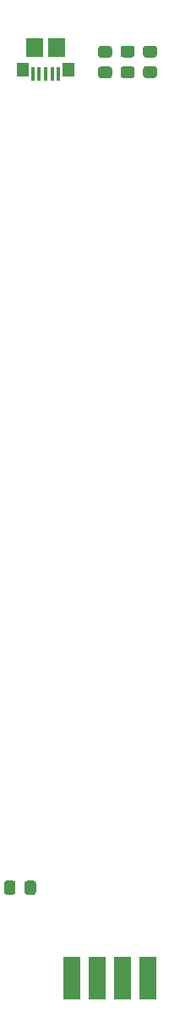
<source format=gbp>
G04 #@! TF.GenerationSoftware,KiCad,Pcbnew,(5.1.6)-1*
G04 #@! TF.CreationDate,2021-08-10T23:40:34-03:00*
G04 #@! TF.ProjectId,TPH_Logger,5450485f-4c6f-4676-9765-722e6b696361,rev?*
G04 #@! TF.SameCoordinates,Original*
G04 #@! TF.FileFunction,Paste,Bot*
G04 #@! TF.FilePolarity,Positive*
%FSLAX46Y46*%
G04 Gerber Fmt 4.6, Leading zero omitted, Abs format (unit mm)*
G04 Created by KiCad (PCBNEW (5.1.6)-1) date 2021-08-10 23:40:34*
%MOMM*%
%LPD*%
G01*
G04 APERTURE LIST*
%ADD10R,1.150000X1.450000*%
%ADD11R,1.750000X1.900000*%
%ADD12R,0.400000X1.400000*%
%ADD13R,1.700000X4.300000*%
G04 APERTURE END LIST*
G36*
G01*
X137200001Y-43775000D02*
X136299999Y-43775000D01*
G75*
G02*
X136050000Y-43525001I0J249999D01*
G01*
X136050000Y-42874999D01*
G75*
G02*
X136299999Y-42625000I249999J0D01*
G01*
X137200001Y-42625000D01*
G75*
G02*
X137450000Y-42874999I0J-249999D01*
G01*
X137450000Y-43525001D01*
G75*
G02*
X137200001Y-43775000I-249999J0D01*
G01*
G37*
G36*
G01*
X137200001Y-45825000D02*
X136299999Y-45825000D01*
G75*
G02*
X136050000Y-45575001I0J249999D01*
G01*
X136050000Y-44924999D01*
G75*
G02*
X136299999Y-44675000I249999J0D01*
G01*
X137200001Y-44675000D01*
G75*
G02*
X137450000Y-44924999I0J-249999D01*
G01*
X137450000Y-45575001D01*
G75*
G02*
X137200001Y-45825000I-249999J0D01*
G01*
G37*
G36*
G01*
X134950001Y-45850000D02*
X134049999Y-45850000D01*
G75*
G02*
X133800000Y-45600001I0J249999D01*
G01*
X133800000Y-44949999D01*
G75*
G02*
X134049999Y-44700000I249999J0D01*
G01*
X134950001Y-44700000D01*
G75*
G02*
X135200000Y-44949999I0J-249999D01*
G01*
X135200000Y-45600001D01*
G75*
G02*
X134950001Y-45850000I-249999J0D01*
G01*
G37*
G36*
G01*
X134950001Y-43800000D02*
X134049999Y-43800000D01*
G75*
G02*
X133800000Y-43550001I0J249999D01*
G01*
X133800000Y-42899999D01*
G75*
G02*
X134049999Y-42650000I249999J0D01*
G01*
X134950001Y-42650000D01*
G75*
G02*
X135200000Y-42899999I0J-249999D01*
G01*
X135200000Y-43550001D01*
G75*
G02*
X134950001Y-43800000I-249999J0D01*
G01*
G37*
G36*
G01*
X125525000Y-126049999D02*
X125525000Y-126950001D01*
G75*
G02*
X125275001Y-127200000I-249999J0D01*
G01*
X124624999Y-127200000D01*
G75*
G02*
X124375000Y-126950001I0J249999D01*
G01*
X124375000Y-126049999D01*
G75*
G02*
X124624999Y-125800000I249999J0D01*
G01*
X125275001Y-125800000D01*
G75*
G02*
X125525000Y-126049999I0J-249999D01*
G01*
G37*
G36*
G01*
X127575000Y-126049999D02*
X127575000Y-126950001D01*
G75*
G02*
X127325001Y-127200000I-249999J0D01*
G01*
X126674999Y-127200000D01*
G75*
G02*
X126425000Y-126950001I0J249999D01*
G01*
X126425000Y-126049999D01*
G75*
G02*
X126674999Y-125800000I249999J0D01*
G01*
X127325001Y-125800000D01*
G75*
G02*
X127575000Y-126049999I0J-249999D01*
G01*
G37*
D10*
X126220000Y-45030000D03*
X130860000Y-45030000D03*
D11*
X127415000Y-42800000D03*
D12*
X128540000Y-45450000D03*
X129190000Y-45450000D03*
X129840000Y-45450000D03*
X127240000Y-45450000D03*
X127890000Y-45450000D03*
D11*
X129665000Y-42800000D03*
D13*
X133670000Y-135500000D03*
X131130000Y-135500000D03*
X136210000Y-135500000D03*
X138750000Y-135500000D03*
G36*
G01*
X139450001Y-45825000D02*
X138549999Y-45825000D01*
G75*
G02*
X138300000Y-45575001I0J249999D01*
G01*
X138300000Y-44924999D01*
G75*
G02*
X138549999Y-44675000I249999J0D01*
G01*
X139450001Y-44675000D01*
G75*
G02*
X139700000Y-44924999I0J-249999D01*
G01*
X139700000Y-45575001D01*
G75*
G02*
X139450001Y-45825000I-249999J0D01*
G01*
G37*
G36*
G01*
X139450001Y-43775000D02*
X138549999Y-43775000D01*
G75*
G02*
X138300000Y-43525001I0J249999D01*
G01*
X138300000Y-42874999D01*
G75*
G02*
X138549999Y-42625000I249999J0D01*
G01*
X139450001Y-42625000D01*
G75*
G02*
X139700000Y-42874999I0J-249999D01*
G01*
X139700000Y-43525001D01*
G75*
G02*
X139450001Y-43775000I-249999J0D01*
G01*
G37*
M02*

</source>
